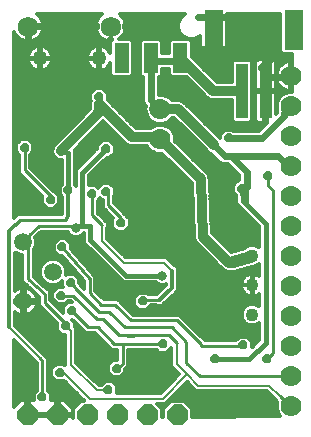
<source format=gbl>
G75*
%MOIN*%
%OFA0B0*%
%FSLAX25Y25*%
%IPPOS*%
%LPD*%
%AMOC8*
5,1,8,0,0,1.08239X$1,22.5*
%
%ADD10OC8,0.07000*%
%ADD11R,0.03937X0.18110*%
%ADD12R,0.06299X0.13386*%
%ADD13C,0.07000*%
%ADD14C,0.05906*%
%ADD15C,0.04356*%
%ADD16C,0.06791*%
%ADD17C,0.05020*%
%ADD18R,0.04724X0.09843*%
%ADD19C,0.01200*%
%ADD20C,0.03150*%
%ADD21OC8,0.03000*%
%ADD22C,0.02400*%
%ADD23C,0.00800*%
%ADD24C,0.03200*%
%ADD25C,0.01000*%
%ADD26C,0.01600*%
%ADD27C,0.04000*%
D10*
X0028000Y0025984D03*
X0038000Y0025984D03*
X0048000Y0025984D03*
X0058000Y0025984D03*
X0068000Y0025984D03*
X0078000Y0025984D03*
D11*
X0099457Y0133977D03*
X0107331Y0133977D03*
D12*
X0116780Y0154449D03*
X0090008Y0154449D03*
D13*
X0115992Y0138977D03*
X0115992Y0128977D03*
X0115992Y0118977D03*
X0115992Y0108977D03*
X0115992Y0098977D03*
X0115992Y0088977D03*
X0115992Y0078977D03*
X0115992Y0068977D03*
X0115992Y0058977D03*
X0115992Y0048977D03*
X0115992Y0038977D03*
X0115992Y0028977D03*
X0072291Y0117953D03*
X0072291Y0127953D03*
D14*
X0026622Y0083583D03*
X0036465Y0073740D03*
X0026622Y0063898D03*
D15*
X0102950Y0059466D03*
X0102950Y0069309D03*
X0102950Y0079151D03*
D16*
X0055781Y0155542D03*
X0028222Y0155542D03*
D17*
X0032159Y0144912D03*
X0051844Y0144912D03*
D18*
X0059367Y0144936D03*
X0069167Y0144936D03*
X0078967Y0144936D03*
D19*
X0043100Y0025584D02*
X0043100Y0025153D01*
X0043100Y0025153D01*
X0043100Y0028014D01*
X0045970Y0030884D01*
X0046791Y0030884D01*
X0040220Y0037455D01*
X0040053Y0037288D01*
X0037651Y0037288D01*
X0035952Y0038986D01*
X0035952Y0041389D01*
X0037651Y0043088D01*
X0040053Y0043088D01*
X0040570Y0042571D01*
X0040570Y0042617D01*
X0040553Y0043341D01*
X0040570Y0043359D01*
X0040570Y0052730D01*
X0039594Y0052730D01*
X0037895Y0054429D01*
X0037895Y0056630D01*
X0032922Y0061604D01*
X0031809Y0062717D01*
X0031809Y0065431D01*
X0027451Y0069478D01*
X0027410Y0069478D01*
X0026878Y0070010D01*
X0026327Y0070521D01*
X0026326Y0070562D01*
X0026297Y0070591D01*
X0026297Y0071343D01*
X0026269Y0072094D01*
X0026297Y0072124D01*
X0026297Y0079230D01*
X0025756Y0079230D01*
X0024156Y0079893D01*
X0023898Y0080152D01*
X0023898Y0067546D01*
X0024236Y0067792D01*
X0024874Y0068117D01*
X0025556Y0068338D01*
X0026238Y0068446D01*
X0026238Y0064282D01*
X0027006Y0064282D01*
X0027006Y0068446D01*
X0027688Y0068338D01*
X0028370Y0068117D01*
X0029008Y0067792D01*
X0029588Y0067370D01*
X0030095Y0066864D01*
X0030516Y0066284D01*
X0030841Y0065645D01*
X0031063Y0064964D01*
X0031171Y0064282D01*
X0027006Y0064282D01*
X0027006Y0063514D01*
X0031171Y0063514D01*
X0031063Y0062832D01*
X0030841Y0062150D01*
X0030516Y0061512D01*
X0030095Y0060932D01*
X0029588Y0060425D01*
X0029008Y0060004D01*
X0028370Y0059679D01*
X0027688Y0059457D01*
X0027006Y0059349D01*
X0027006Y0063513D01*
X0026238Y0063513D01*
X0026238Y0059349D01*
X0025556Y0059457D01*
X0024874Y0059679D01*
X0024236Y0060004D01*
X0023898Y0060250D01*
X0023898Y0055782D01*
X0032801Y0046878D01*
X0032943Y0046878D01*
X0034821Y0045000D01*
X0034821Y0034209D01*
X0035821Y0033209D01*
X0035821Y0031018D01*
X0035888Y0031084D01*
X0037600Y0031084D01*
X0037600Y0026384D01*
X0037600Y0025584D01*
X0032900Y0025584D01*
X0028400Y0025584D01*
X0028400Y0026384D01*
X0037600Y0026384D01*
X0038400Y0026384D01*
X0043100Y0026384D01*
X0043100Y0028097D01*
X0040112Y0031084D01*
X0038400Y0031084D01*
X0038400Y0026384D01*
X0038400Y0025584D01*
X0043100Y0025584D01*
X0043100Y0026101D02*
X0038400Y0026101D01*
X0037600Y0026101D02*
X0028400Y0026101D01*
X0028400Y0026384D02*
X0027600Y0026384D01*
X0027600Y0031084D01*
X0025888Y0031084D01*
X0023537Y0028734D01*
X0023537Y0051051D01*
X0030256Y0044333D01*
X0030256Y0044191D01*
X0031021Y0043426D01*
X0031021Y0034209D01*
X0030021Y0033209D01*
X0030021Y0031084D01*
X0028400Y0031084D01*
X0028400Y0026384D01*
X0028400Y0027300D02*
X0027600Y0027300D01*
X0027600Y0028498D02*
X0028400Y0028498D01*
X0028400Y0029697D02*
X0027600Y0029697D01*
X0027600Y0030895D02*
X0028400Y0030895D01*
X0030021Y0032094D02*
X0023537Y0032094D01*
X0023537Y0033292D02*
X0030104Y0033292D01*
X0031021Y0034491D02*
X0023537Y0034491D01*
X0023537Y0035689D02*
X0031021Y0035689D01*
X0031021Y0036888D02*
X0023537Y0036888D01*
X0023537Y0038086D02*
X0031021Y0038086D01*
X0031021Y0039285D02*
X0023537Y0039285D01*
X0023537Y0040484D02*
X0031021Y0040484D01*
X0031021Y0041682D02*
X0023537Y0041682D01*
X0023537Y0042881D02*
X0031021Y0042881D01*
X0030368Y0044079D02*
X0023537Y0044079D01*
X0023537Y0045278D02*
X0029311Y0045278D01*
X0028112Y0046476D02*
X0023537Y0046476D01*
X0023537Y0047675D02*
X0026914Y0047675D01*
X0025715Y0048873D02*
X0023537Y0048873D01*
X0023537Y0050072D02*
X0024517Y0050072D01*
X0028409Y0051270D02*
X0040570Y0051270D01*
X0040570Y0050072D02*
X0029608Y0050072D01*
X0030806Y0048873D02*
X0040570Y0048873D01*
X0040570Y0047675D02*
X0032005Y0047675D01*
X0033345Y0046476D02*
X0040570Y0046476D01*
X0040570Y0045278D02*
X0034543Y0045278D01*
X0034821Y0044079D02*
X0040570Y0044079D01*
X0040564Y0042881D02*
X0040260Y0042881D01*
X0037444Y0042881D02*
X0034821Y0042881D01*
X0034821Y0041682D02*
X0036245Y0041682D01*
X0035952Y0040484D02*
X0034821Y0040484D01*
X0034821Y0039285D02*
X0035952Y0039285D01*
X0036852Y0038086D02*
X0034821Y0038086D01*
X0034821Y0036888D02*
X0040787Y0036888D01*
X0041986Y0035689D02*
X0034821Y0035689D01*
X0034821Y0034491D02*
X0043184Y0034491D01*
X0044383Y0033292D02*
X0035738Y0033292D01*
X0035821Y0032094D02*
X0045581Y0032094D01*
X0046780Y0030895D02*
X0040301Y0030895D01*
X0041500Y0029697D02*
X0044783Y0029697D01*
X0043584Y0028498D02*
X0042698Y0028498D01*
X0043100Y0027300D02*
X0043100Y0027300D01*
X0038400Y0027300D02*
X0037600Y0027300D01*
X0037600Y0028498D02*
X0038400Y0028498D01*
X0038400Y0029697D02*
X0037600Y0029697D01*
X0037600Y0030895D02*
X0038400Y0030895D01*
X0025699Y0030895D02*
X0023537Y0030895D01*
X0023537Y0029697D02*
X0024500Y0029697D01*
X0048490Y0039285D02*
X0055871Y0039285D01*
X0056523Y0038632D02*
X0058926Y0038632D01*
X0060624Y0040331D01*
X0060624Y0041377D01*
X0060967Y0041720D01*
X0061502Y0042154D01*
X0061514Y0042266D01*
X0061593Y0042345D01*
X0061593Y0043035D01*
X0061664Y0043720D01*
X0061593Y0043807D01*
X0061593Y0047825D01*
X0070878Y0047825D01*
X0071878Y0046825D01*
X0074280Y0046825D01*
X0075956Y0048501D01*
X0075956Y0042270D01*
X0078629Y0039597D01*
X0072358Y0033326D01*
X0057868Y0033326D01*
X0057868Y0035571D01*
X0056170Y0037270D01*
X0053767Y0037270D01*
X0052667Y0036170D01*
X0051753Y0036170D01*
X0044170Y0043408D01*
X0044170Y0054801D01*
X0043695Y0055276D01*
X0043695Y0056831D01*
X0042678Y0057848D01*
X0042977Y0057848D01*
X0047489Y0053336D01*
X0050550Y0053336D01*
X0056062Y0047825D01*
X0057793Y0047825D01*
X0057793Y0044432D01*
X0056523Y0044432D01*
X0054824Y0042734D01*
X0054824Y0040331D01*
X0056523Y0038632D01*
X0054824Y0040484D02*
X0047234Y0040484D01*
X0045978Y0041682D02*
X0054824Y0041682D01*
X0054971Y0042881D02*
X0044723Y0042881D01*
X0044170Y0044079D02*
X0056170Y0044079D01*
X0057793Y0045278D02*
X0044170Y0045278D01*
X0044170Y0046476D02*
X0057793Y0046476D01*
X0057793Y0047675D02*
X0044170Y0047675D01*
X0044170Y0048873D02*
X0055013Y0048873D01*
X0053815Y0050072D02*
X0044170Y0050072D01*
X0044170Y0051270D02*
X0052616Y0051270D01*
X0051418Y0052469D02*
X0044170Y0052469D01*
X0044170Y0053667D02*
X0047158Y0053667D01*
X0045959Y0054866D02*
X0044105Y0054866D01*
X0043695Y0056064D02*
X0044761Y0056064D01*
X0043562Y0057263D02*
X0043264Y0057263D01*
X0039864Y0060036D02*
X0035609Y0064291D01*
X0035609Y0065514D01*
X0035636Y0065544D01*
X0035609Y0066295D01*
X0035609Y0067047D01*
X0035580Y0067076D01*
X0035578Y0067117D01*
X0035027Y0067628D01*
X0034496Y0068160D01*
X0034455Y0068160D01*
X0030097Y0072207D01*
X0030097Y0080902D01*
X0030312Y0081117D01*
X0030975Y0082717D01*
X0030975Y0084449D01*
X0030625Y0085293D01*
X0032527Y0087195D01*
X0041434Y0087195D01*
X0041652Y0086668D01*
X0042489Y0085831D01*
X0043582Y0085378D01*
X0044766Y0085378D01*
X0045859Y0085831D01*
X0046696Y0086668D01*
X0046756Y0086812D01*
X0046756Y0083503D01*
X0058699Y0071560D01*
X0059988Y0070271D01*
X0070943Y0070271D01*
X0071252Y0069962D01*
X0072345Y0069509D01*
X0073529Y0069509D01*
X0074228Y0069799D01*
X0074228Y0069463D01*
X0072098Y0067333D01*
X0071054Y0066384D01*
X0068000Y0066384D01*
X0067587Y0066798D01*
X0065185Y0066798D01*
X0063486Y0065099D01*
X0063486Y0062697D01*
X0065185Y0060998D01*
X0067587Y0060998D01*
X0069174Y0062584D01*
X0070961Y0062584D01*
X0071013Y0062527D01*
X0072668Y0062447D01*
X0077001Y0066382D01*
X0077057Y0066382D01*
X0077609Y0066934D01*
X0078186Y0067459D01*
X0078189Y0067514D01*
X0078228Y0067554D01*
X0078228Y0068334D01*
X0078266Y0069113D01*
X0078228Y0069155D01*
X0078228Y0074962D01*
X0077057Y0076134D01*
X0076774Y0076134D01*
X0074306Y0078602D01*
X0060857Y0078602D01*
X0054607Y0084852D01*
X0054607Y0088401D01*
X0054707Y0088501D01*
X0054707Y0090075D01*
X0051357Y0093425D01*
X0051357Y0097523D01*
X0052213Y0098379D01*
X0052980Y0097612D01*
X0053069Y0097612D01*
X0053069Y0096224D01*
X0053035Y0095481D01*
X0053069Y0095444D01*
X0053069Y0095394D01*
X0053594Y0094868D01*
X0056552Y0091629D01*
X0056202Y0091280D01*
X0056202Y0088878D01*
X0057901Y0087179D01*
X0060304Y0087179D01*
X0062002Y0088878D01*
X0062002Y0091280D01*
X0061031Y0092251D01*
X0061036Y0092354D01*
X0061002Y0092391D01*
X0061002Y0092441D01*
X0060476Y0092967D01*
X0056868Y0096918D01*
X0056868Y0099098D01*
X0057081Y0099311D01*
X0057081Y0101713D01*
X0055382Y0103412D01*
X0052980Y0103412D01*
X0051425Y0101857D01*
X0050658Y0102625D01*
X0048507Y0102625D01*
X0048507Y0105900D01*
X0054392Y0111785D01*
X0055382Y0111785D01*
X0057081Y0113484D01*
X0057081Y0115886D01*
X0055382Y0117585D01*
X0052980Y0117585D01*
X0051281Y0115886D01*
X0051281Y0114896D01*
X0045396Y0109011D01*
X0045396Y0109011D01*
X0044107Y0107722D01*
X0044107Y0102482D01*
X0043783Y0102807D01*
X0043783Y0113027D01*
X0043953Y0113582D01*
X0043783Y0113905D01*
X0043783Y0114270D01*
X0043735Y0114317D01*
X0053172Y0124050D01*
X0061143Y0116079D01*
X0062246Y0115622D01*
X0067953Y0115622D01*
X0068137Y0115177D01*
X0069516Y0113799D01*
X0071317Y0113053D01*
X0072949Y0113053D01*
X0082729Y0103273D01*
X0083477Y0085451D01*
X0083477Y0084917D01*
X0083502Y0084857D01*
X0083505Y0084791D01*
X0083730Y0084307D01*
X0083934Y0083814D01*
X0083980Y0083768D01*
X0084007Y0083709D01*
X0084400Y0083348D01*
X0092595Y0075153D01*
X0093439Y0074309D01*
X0094542Y0073852D01*
X0095264Y0073852D01*
X0095392Y0073778D01*
X0096733Y0073603D01*
X0102909Y0075262D01*
X0103136Y0075262D01*
X0103556Y0075436D01*
X0103995Y0075553D01*
X0104176Y0075692D01*
X0104386Y0075779D01*
X0104547Y0075940D01*
X0104976Y0076118D01*
X0105131Y0076272D01*
X0105131Y0072395D01*
X0104739Y0072657D01*
X0104052Y0072942D01*
X0103322Y0073087D01*
X0103039Y0073087D01*
X0103039Y0069398D01*
X0102861Y0069398D01*
X0102861Y0073087D01*
X0102577Y0073087D01*
X0101848Y0072942D01*
X0101160Y0072657D01*
X0100541Y0072243D01*
X0100015Y0071717D01*
X0099602Y0071098D01*
X0099317Y0070411D01*
X0099172Y0069681D01*
X0099172Y0069398D01*
X0102861Y0069398D01*
X0102861Y0069220D01*
X0103039Y0069220D01*
X0103039Y0065531D01*
X0103322Y0065531D01*
X0104052Y0065676D01*
X0104739Y0065961D01*
X0105131Y0066222D01*
X0105131Y0062345D01*
X0104976Y0062500D01*
X0103661Y0063044D01*
X0102238Y0063044D01*
X0100923Y0062500D01*
X0099916Y0061493D01*
X0099372Y0060178D01*
X0099372Y0058755D01*
X0099916Y0057440D01*
X0100923Y0056433D01*
X0102238Y0055888D01*
X0103661Y0055888D01*
X0104976Y0056433D01*
X0105131Y0056587D01*
X0105131Y0055374D01*
X0105156Y0055349D01*
X0105156Y0050941D01*
X0102776Y0048561D01*
X0102776Y0050444D01*
X0101077Y0052143D01*
X0098674Y0052143D01*
X0097542Y0051010D01*
X0087078Y0051010D01*
X0078590Y0059499D01*
X0063185Y0059499D01*
X0058067Y0064617D01*
X0053393Y0064617D01*
X0050569Y0067441D01*
X0050569Y0071302D01*
X0050626Y0072011D01*
X0050569Y0072078D01*
X0050569Y0072165D01*
X0050066Y0072668D01*
X0042514Y0081534D01*
X0042514Y0083209D01*
X0040815Y0084908D01*
X0038413Y0084908D01*
X0036714Y0083209D01*
X0036714Y0080807D01*
X0038413Y0079108D01*
X0039589Y0079108D01*
X0046769Y0070679D01*
X0046769Y0068091D01*
X0045845Y0069016D01*
X0045845Y0069409D01*
X0045270Y0069984D01*
X0045270Y0071398D01*
X0043571Y0073097D01*
X0041169Y0073097D01*
X0040726Y0072654D01*
X0040817Y0072874D01*
X0040817Y0074606D01*
X0040155Y0076206D01*
X0038930Y0077430D01*
X0037330Y0078093D01*
X0035599Y0078093D01*
X0033999Y0077430D01*
X0032774Y0076206D01*
X0032112Y0074606D01*
X0032112Y0072874D01*
X0032774Y0071275D01*
X0033999Y0070050D01*
X0035599Y0069388D01*
X0037330Y0069388D01*
X0038930Y0070050D01*
X0039470Y0070590D01*
X0039470Y0068996D01*
X0039700Y0068766D01*
X0038019Y0068766D01*
X0036320Y0067068D01*
X0036320Y0064665D01*
X0038019Y0062966D01*
X0040422Y0062966D01*
X0041422Y0063966D01*
X0042370Y0063966D01*
X0042689Y0063648D01*
X0041563Y0063648D01*
X0039864Y0061949D01*
X0039864Y0060036D01*
X0039864Y0060858D02*
X0039042Y0060858D01*
X0039971Y0062057D02*
X0037843Y0062057D01*
X0037730Y0063255D02*
X0036645Y0063255D01*
X0036532Y0064454D02*
X0035609Y0064454D01*
X0035632Y0065652D02*
X0036320Y0065652D01*
X0036320Y0066851D02*
X0035609Y0066851D01*
X0034606Y0068049D02*
X0037302Y0068049D01*
X0039470Y0069248D02*
X0033283Y0069248D01*
X0033603Y0070446D02*
X0031993Y0070446D01*
X0032621Y0071645D02*
X0030702Y0071645D01*
X0030097Y0072843D02*
X0032125Y0072843D01*
X0032112Y0074042D02*
X0030097Y0074042D01*
X0030097Y0075240D02*
X0032375Y0075240D01*
X0033007Y0076439D02*
X0030097Y0076439D01*
X0030097Y0077637D02*
X0034499Y0077637D01*
X0037487Y0080034D02*
X0030097Y0080034D01*
X0030097Y0078836D02*
X0039820Y0078836D01*
X0040841Y0077637D02*
X0038431Y0077637D01*
X0039922Y0076439D02*
X0041862Y0076439D01*
X0042883Y0075240D02*
X0040555Y0075240D01*
X0040817Y0074042D02*
X0043904Y0074042D01*
X0043825Y0072843D02*
X0044925Y0072843D01*
X0045023Y0071645D02*
X0045946Y0071645D01*
X0045270Y0070446D02*
X0046769Y0070446D01*
X0046769Y0069248D02*
X0045845Y0069248D01*
X0050569Y0069248D02*
X0074013Y0069248D01*
X0072815Y0068049D02*
X0050569Y0068049D01*
X0051159Y0066851D02*
X0071568Y0066851D01*
X0071937Y0064484D02*
X0076228Y0068382D01*
X0076228Y0074134D01*
X0078228Y0074042D02*
X0094084Y0074042D01*
X0092508Y0075240D02*
X0077950Y0075240D01*
X0076469Y0076439D02*
X0091309Y0076439D01*
X0090111Y0077637D02*
X0075271Y0077637D01*
X0086515Y0081233D02*
X0058226Y0081233D01*
X0057028Y0082431D02*
X0085317Y0082431D01*
X0084093Y0083630D02*
X0055829Y0083630D01*
X0054631Y0084828D02*
X0083503Y0084828D01*
X0083453Y0086027D02*
X0054607Y0086027D01*
X0054607Y0087225D02*
X0057855Y0087225D01*
X0056656Y0088424D02*
X0054630Y0088424D01*
X0054707Y0089622D02*
X0056202Y0089622D01*
X0056202Y0090821D02*
X0053961Y0090821D01*
X0052762Y0092020D02*
X0056196Y0092020D01*
X0055101Y0093218D02*
X0051564Y0093218D01*
X0051357Y0094417D02*
X0054007Y0094417D01*
X0053041Y0095615D02*
X0051357Y0095615D01*
X0051357Y0096814D02*
X0053069Y0096814D01*
X0052580Y0098012D02*
X0051845Y0098012D01*
X0056868Y0098012D02*
X0082950Y0098012D01*
X0083000Y0096814D02*
X0056964Y0096814D01*
X0058058Y0095615D02*
X0083050Y0095615D01*
X0083101Y0094417D02*
X0059153Y0094417D01*
X0060247Y0093218D02*
X0083151Y0093218D01*
X0083201Y0092020D02*
X0061263Y0092020D01*
X0062002Y0090821D02*
X0083252Y0090821D01*
X0083302Y0089622D02*
X0062002Y0089622D01*
X0061549Y0088424D02*
X0083352Y0088424D01*
X0083403Y0087225D02*
X0060350Y0087225D01*
X0049026Y0081233D02*
X0042770Y0081233D01*
X0042514Y0082431D02*
X0047828Y0082431D01*
X0046756Y0083630D02*
X0042093Y0083630D01*
X0040895Y0084828D02*
X0046756Y0084828D01*
X0046756Y0086027D02*
X0046055Y0086027D01*
X0042293Y0086027D02*
X0031359Y0086027D01*
X0030817Y0084828D02*
X0038333Y0084828D01*
X0037135Y0083630D02*
X0030975Y0083630D01*
X0030856Y0082431D02*
X0036714Y0082431D01*
X0036714Y0081233D02*
X0030360Y0081233D01*
X0026297Y0078836D02*
X0023898Y0078836D01*
X0023898Y0080034D02*
X0024015Y0080034D01*
X0023898Y0077637D02*
X0026297Y0077637D01*
X0026297Y0076439D02*
X0023898Y0076439D01*
X0023898Y0075240D02*
X0026297Y0075240D01*
X0026297Y0074042D02*
X0023898Y0074042D01*
X0023898Y0072843D02*
X0026297Y0072843D01*
X0026286Y0071645D02*
X0023898Y0071645D01*
X0023898Y0070446D02*
X0026408Y0070446D01*
X0027699Y0069248D02*
X0023898Y0069248D01*
X0023898Y0068049D02*
X0024741Y0068049D01*
X0026238Y0068049D02*
X0027006Y0068049D01*
X0027006Y0066851D02*
X0026238Y0066851D01*
X0026238Y0065652D02*
X0027006Y0065652D01*
X0027006Y0064454D02*
X0026238Y0064454D01*
X0026238Y0064282D02*
X0023898Y0064282D01*
X0023898Y0063514D01*
X0026238Y0063514D01*
X0026238Y0064282D01*
X0026238Y0063255D02*
X0027006Y0063255D01*
X0027006Y0062057D02*
X0026238Y0062057D01*
X0026238Y0060858D02*
X0027006Y0060858D01*
X0027006Y0059660D02*
X0026238Y0059660D01*
X0024933Y0059660D02*
X0023898Y0059660D01*
X0023898Y0058461D02*
X0036065Y0058461D01*
X0037263Y0057263D02*
X0023898Y0057263D01*
X0023898Y0056064D02*
X0037895Y0056064D01*
X0037895Y0054866D02*
X0024814Y0054866D01*
X0026012Y0053667D02*
X0038657Y0053667D01*
X0040570Y0052469D02*
X0027211Y0052469D01*
X0021898Y0055236D02*
X0021898Y0087482D01*
X0023866Y0089451D01*
X0023537Y0091808D02*
X0023537Y0153795D01*
X0023592Y0153624D01*
X0023949Y0152924D01*
X0024412Y0152287D01*
X0024968Y0151731D01*
X0025604Y0151269D01*
X0026304Y0150912D01*
X0027052Y0150669D01*
X0027690Y0150568D01*
X0027690Y0155010D01*
X0028754Y0155010D01*
X0028754Y0156074D01*
X0033196Y0156074D01*
X0033095Y0156712D01*
X0032852Y0157460D01*
X0032495Y0158160D01*
X0032033Y0158796D01*
X0031477Y0159352D01*
X0031157Y0159584D01*
X0052846Y0159584D01*
X0052527Y0159352D01*
X0051971Y0158796D01*
X0051508Y0158160D01*
X0051151Y0157460D01*
X0050908Y0156712D01*
X0050807Y0156074D01*
X0051417Y0156074D01*
X0051417Y0155010D01*
X0050807Y0155010D01*
X0050908Y0154372D01*
X0051151Y0153624D01*
X0051508Y0152924D01*
X0051971Y0152287D01*
X0052527Y0151731D01*
X0053163Y0151269D01*
X0053863Y0150912D01*
X0054611Y0150669D01*
X0055249Y0150568D01*
X0055249Y0151336D01*
X0056313Y0151336D01*
X0056313Y0151145D01*
X0055605Y0150437D01*
X0055605Y0146584D01*
X0055359Y0147066D01*
X0054979Y0147589D01*
X0054521Y0148047D01*
X0053998Y0148427D01*
X0053422Y0148721D01*
X0052806Y0148921D01*
X0052168Y0149022D01*
X0052081Y0149022D01*
X0052081Y0145149D01*
X0051607Y0145149D01*
X0051607Y0144675D01*
X0047734Y0144675D01*
X0047734Y0144589D01*
X0047835Y0143950D01*
X0048035Y0143334D01*
X0048329Y0142758D01*
X0048709Y0142235D01*
X0049167Y0141777D01*
X0049690Y0141397D01*
X0050266Y0141103D01*
X0050882Y0140903D01*
X0051521Y0140802D01*
X0051607Y0140802D01*
X0051607Y0144675D01*
X0052081Y0144675D01*
X0052081Y0140802D01*
X0052168Y0140802D01*
X0052806Y0140903D01*
X0053422Y0141103D01*
X0053998Y0141397D01*
X0054521Y0141777D01*
X0054979Y0142235D01*
X0055359Y0142758D01*
X0055605Y0143240D01*
X0055605Y0139434D01*
X0056425Y0138614D01*
X0062309Y0138614D01*
X0063129Y0139434D01*
X0063129Y0150437D01*
X0062309Y0151257D01*
X0058375Y0151257D01*
X0058399Y0151269D01*
X0059036Y0151731D01*
X0059592Y0152287D01*
X0060054Y0152924D01*
X0060411Y0153624D01*
X0060654Y0154372D01*
X0060755Y0155010D01*
X0060117Y0155010D01*
X0060117Y0156074D01*
X0060755Y0156074D01*
X0060654Y0156712D01*
X0060411Y0157460D01*
X0060054Y0158160D01*
X0059592Y0158796D01*
X0059036Y0159352D01*
X0058716Y0159584D01*
X0080612Y0159584D01*
X0080103Y0159373D01*
X0078879Y0158150D01*
X0078217Y0156551D01*
X0078217Y0154820D01*
X0078879Y0153222D01*
X0080103Y0151998D01*
X0081702Y0151336D01*
X0083432Y0151336D01*
X0085031Y0151998D01*
X0085458Y0152425D01*
X0085458Y0147176D01*
X0086278Y0146356D01*
X0093737Y0146356D01*
X0094557Y0147176D01*
X0094557Y0159584D01*
X0112230Y0159584D01*
X0112230Y0147176D01*
X0113050Y0146356D01*
X0116233Y0146356D01*
X0116233Y0139377D01*
X0115592Y0139377D01*
X0115592Y0144077D01*
X0115591Y0144077D01*
X0114798Y0143951D01*
X0114034Y0143703D01*
X0113319Y0143338D01*
X0112670Y0142867D01*
X0112102Y0142299D01*
X0111630Y0141650D01*
X0111266Y0140934D01*
X0111018Y0140171D01*
X0110899Y0139423D01*
X0110899Y0143242D01*
X0110790Y0143649D01*
X0110580Y0144014D01*
X0110282Y0144312D01*
X0109917Y0144523D01*
X0109510Y0144632D01*
X0107715Y0144632D01*
X0107715Y0134361D01*
X0106946Y0134361D01*
X0106946Y0133592D01*
X0103762Y0133592D01*
X0103762Y0124711D01*
X0103871Y0124304D01*
X0104082Y0123939D01*
X0104380Y0123641D01*
X0104745Y0123430D01*
X0105152Y0123321D01*
X0106946Y0123321D01*
X0106946Y0133592D01*
X0107715Y0133592D01*
X0107715Y0123357D01*
X0105186Y0120828D01*
X0096627Y0120828D01*
X0096327Y0121128D01*
X0093925Y0121128D01*
X0092226Y0119430D01*
X0092226Y0118222D01*
X0080765Y0129682D01*
X0079921Y0130526D01*
X0078819Y0130983D01*
X0076191Y0130983D01*
X0075067Y0132107D01*
X0073266Y0132853D01*
X0071767Y0132853D01*
X0071767Y0138614D01*
X0072109Y0138614D01*
X0072929Y0139434D01*
X0072929Y0141525D01*
X0075205Y0141525D01*
X0075205Y0139434D01*
X0076025Y0138614D01*
X0081046Y0138614D01*
X0088227Y0131433D01*
X0089329Y0130977D01*
X0096088Y0130977D01*
X0096088Y0124342D01*
X0096908Y0123521D01*
X0102005Y0123521D01*
X0102825Y0124342D01*
X0102825Y0143612D01*
X0102005Y0144432D01*
X0096908Y0144432D01*
X0096088Y0143612D01*
X0096088Y0136977D01*
X0091169Y0136977D01*
X0082729Y0145416D01*
X0082729Y0150437D01*
X0081909Y0151257D01*
X0076025Y0151257D01*
X0075205Y0150437D01*
X0075205Y0146725D01*
X0072929Y0146725D01*
X0072929Y0150437D01*
X0072109Y0151257D01*
X0066225Y0151257D01*
X0065405Y0150437D01*
X0065405Y0139434D01*
X0066225Y0138614D01*
X0066567Y0138614D01*
X0066567Y0130560D01*
X0066963Y0129605D01*
X0067464Y0129103D01*
X0067391Y0128928D01*
X0067391Y0128612D01*
X0067263Y0128134D01*
X0067391Y0127152D01*
X0067391Y0126978D01*
X0068137Y0125177D01*
X0069516Y0123799D01*
X0071317Y0123053D01*
X0073266Y0123053D01*
X0075067Y0123799D01*
X0076251Y0124983D01*
X0076979Y0124983D01*
X0087367Y0114596D01*
X0087465Y0114359D01*
X0088309Y0113515D01*
X0089274Y0113115D01*
X0091552Y0110838D01*
X0092283Y0110106D01*
X0093239Y0109710D01*
X0094849Y0109710D01*
X0094968Y0109591D01*
X0094968Y0109591D01*
X0098431Y0106128D01*
X0098431Y0104262D01*
X0098281Y0104262D01*
X0096582Y0102564D01*
X0096582Y0100161D01*
X0097465Y0099278D01*
X0097650Y0097261D01*
X0097650Y0096451D01*
X0097733Y0096369D01*
X0097743Y0096253D01*
X0098366Y0095735D01*
X0100045Y0094057D01*
X0105131Y0088971D01*
X0105131Y0082030D01*
X0104976Y0082185D01*
X0103661Y0082729D01*
X0102238Y0082729D01*
X0100923Y0082185D01*
X0100355Y0081617D01*
X0095832Y0080402D01*
X0089425Y0086808D01*
X0088677Y0104630D01*
X0088677Y0105164D01*
X0088652Y0105224D01*
X0088649Y0105289D01*
X0088425Y0105773D01*
X0088220Y0106266D01*
X0088174Y0106313D01*
X0088147Y0106372D01*
X0087754Y0106733D01*
X0077191Y0117296D01*
X0077191Y0118928D01*
X0076445Y0120729D01*
X0075067Y0122107D01*
X0073266Y0122853D01*
X0071317Y0122853D01*
X0069516Y0122107D01*
X0069031Y0121622D01*
X0064085Y0121622D01*
X0054719Y0130988D01*
X0054719Y0133209D01*
X0053020Y0134908D01*
X0050618Y0134908D01*
X0048919Y0133209D01*
X0048919Y0130807D01*
X0049013Y0130712D01*
X0048819Y0130243D01*
X0048819Y0128180D01*
X0036738Y0115719D01*
X0036298Y0114609D01*
X0036317Y0113416D01*
X0036790Y0112321D01*
X0037647Y0111490D01*
X0038757Y0111050D01*
X0039383Y0111060D01*
X0039383Y0102807D01*
X0038683Y0102107D01*
X0038683Y0099704D01*
X0039583Y0098804D01*
X0039583Y0093073D01*
X0039473Y0092963D01*
X0024692Y0092963D01*
X0023537Y0091808D01*
X0023537Y0092020D02*
X0023748Y0092020D01*
X0023537Y0093218D02*
X0039583Y0093218D01*
X0039583Y0094417D02*
X0023537Y0094417D01*
X0023537Y0095615D02*
X0033742Y0095615D01*
X0034476Y0094881D02*
X0036878Y0094881D01*
X0038577Y0096580D01*
X0038577Y0098982D01*
X0036878Y0100681D01*
X0036600Y0100681D01*
X0028916Y0108366D01*
X0028916Y0112878D01*
X0029916Y0113878D01*
X0029916Y0116280D01*
X0028217Y0117979D01*
X0025815Y0117979D01*
X0024116Y0116280D01*
X0024116Y0113878D01*
X0025116Y0112878D01*
X0025116Y0106792D01*
X0032851Y0099056D01*
X0032777Y0098982D01*
X0032777Y0096580D01*
X0034476Y0094881D01*
X0032777Y0096814D02*
X0023537Y0096814D01*
X0023537Y0098012D02*
X0032777Y0098012D01*
X0032697Y0099211D02*
X0023537Y0099211D01*
X0023537Y0100409D02*
X0031499Y0100409D01*
X0030300Y0101608D02*
X0023537Y0101608D01*
X0023537Y0102806D02*
X0029102Y0102806D01*
X0027903Y0104005D02*
X0023537Y0104005D01*
X0023537Y0105203D02*
X0026705Y0105203D01*
X0025506Y0106402D02*
X0023537Y0106402D01*
X0023537Y0107600D02*
X0025116Y0107600D01*
X0025116Y0108799D02*
X0023537Y0108799D01*
X0023537Y0109997D02*
X0025116Y0109997D01*
X0025116Y0111196D02*
X0023537Y0111196D01*
X0023537Y0112394D02*
X0025116Y0112394D01*
X0024401Y0113593D02*
X0023537Y0113593D01*
X0023537Y0114791D02*
X0024116Y0114791D01*
X0024116Y0115990D02*
X0023537Y0115990D01*
X0023537Y0117188D02*
X0025024Y0117188D01*
X0023537Y0118387D02*
X0039324Y0118387D01*
X0040486Y0119585D02*
X0023537Y0119585D01*
X0023537Y0120784D02*
X0041648Y0120784D01*
X0042810Y0121982D02*
X0023537Y0121982D01*
X0023537Y0123181D02*
X0043972Y0123181D01*
X0045134Y0124379D02*
X0023537Y0124379D01*
X0023537Y0125578D02*
X0046296Y0125578D01*
X0047458Y0126776D02*
X0023537Y0126776D01*
X0023537Y0127975D02*
X0048620Y0127975D01*
X0048819Y0129173D02*
X0023537Y0129173D01*
X0023537Y0130372D02*
X0048872Y0130372D01*
X0048919Y0131570D02*
X0023537Y0131570D01*
X0023537Y0132769D02*
X0048919Y0132769D01*
X0049677Y0133967D02*
X0023537Y0133967D01*
X0023537Y0135166D02*
X0066567Y0135166D01*
X0066567Y0136364D02*
X0023537Y0136364D01*
X0023537Y0137563D02*
X0066567Y0137563D01*
X0066078Y0138761D02*
X0062456Y0138761D01*
X0063129Y0139960D02*
X0065405Y0139960D01*
X0065405Y0141158D02*
X0063129Y0141158D01*
X0063129Y0142357D02*
X0065405Y0142357D01*
X0065405Y0143555D02*
X0063129Y0143555D01*
X0063129Y0144754D02*
X0065405Y0144754D01*
X0065405Y0145953D02*
X0063129Y0145953D01*
X0063129Y0147151D02*
X0065405Y0147151D01*
X0065405Y0148350D02*
X0063129Y0148350D01*
X0063129Y0149548D02*
X0065405Y0149548D01*
X0065715Y0150747D02*
X0062819Y0150747D01*
X0059249Y0151945D02*
X0080230Y0151945D01*
X0078957Y0153144D02*
X0060166Y0153144D01*
X0060644Y0154342D02*
X0078415Y0154342D01*
X0078217Y0155541D02*
X0060117Y0155541D01*
X0060645Y0156739D02*
X0078295Y0156739D01*
X0078791Y0157938D02*
X0060167Y0157938D01*
X0059252Y0159136D02*
X0079866Y0159136D01*
X0094557Y0159136D02*
X0112230Y0159136D01*
X0112230Y0157938D02*
X0094557Y0157938D01*
X0094557Y0156739D02*
X0112230Y0156739D01*
X0112230Y0155541D02*
X0094557Y0155541D01*
X0094557Y0154342D02*
X0112230Y0154342D01*
X0112230Y0153144D02*
X0094557Y0153144D01*
X0094557Y0151945D02*
X0112230Y0151945D01*
X0112230Y0150747D02*
X0094557Y0150747D01*
X0094557Y0149548D02*
X0112230Y0149548D01*
X0112230Y0148350D02*
X0094557Y0148350D01*
X0094532Y0147151D02*
X0112255Y0147151D01*
X0116233Y0145953D02*
X0082729Y0145953D01*
X0082729Y0147151D02*
X0085483Y0147151D01*
X0085458Y0148350D02*
X0082729Y0148350D01*
X0082729Y0149548D02*
X0085458Y0149548D01*
X0085458Y0150747D02*
X0082419Y0150747D01*
X0084904Y0151945D02*
X0085458Y0151945D01*
X0075515Y0150747D02*
X0072619Y0150747D01*
X0072929Y0149548D02*
X0075205Y0149548D01*
X0075205Y0148350D02*
X0072929Y0148350D01*
X0072929Y0147151D02*
X0075205Y0147151D01*
X0083391Y0144754D02*
X0116233Y0144754D01*
X0116233Y0143555D02*
X0115592Y0143555D01*
X0115592Y0142357D02*
X0116233Y0142357D01*
X0116233Y0141158D02*
X0115592Y0141158D01*
X0115592Y0139960D02*
X0116233Y0139960D01*
X0116233Y0138576D02*
X0116233Y0133877D01*
X0115017Y0133877D01*
X0113216Y0133131D01*
X0111838Y0131752D01*
X0111092Y0129951D01*
X0111092Y0128002D01*
X0111249Y0127624D01*
X0111055Y0127157D01*
X0111055Y0126698D01*
X0110899Y0126542D01*
X0110899Y0133592D01*
X0107715Y0133592D01*
X0107715Y0134361D01*
X0110899Y0134361D01*
X0110899Y0138531D01*
X0111018Y0137782D01*
X0111266Y0137019D01*
X0111630Y0136304D01*
X0112102Y0135654D01*
X0112670Y0135086D01*
X0113319Y0134615D01*
X0114034Y0134250D01*
X0114798Y0134002D01*
X0115591Y0133877D01*
X0115592Y0133877D01*
X0115592Y0138576D01*
X0116233Y0138576D01*
X0116233Y0137563D02*
X0115592Y0137563D01*
X0115592Y0136364D02*
X0116233Y0136364D01*
X0116233Y0135166D02*
X0115592Y0135166D01*
X0115592Y0133967D02*
X0116233Y0133967D01*
X0115017Y0133967D02*
X0107715Y0133967D01*
X0106946Y0133967D02*
X0102825Y0133967D01*
X0103762Y0134361D02*
X0106946Y0134361D01*
X0106946Y0144632D01*
X0105152Y0144632D01*
X0104745Y0144523D01*
X0104380Y0144312D01*
X0104082Y0144014D01*
X0103871Y0143649D01*
X0103762Y0143242D01*
X0103762Y0134361D01*
X0103762Y0135166D02*
X0102825Y0135166D01*
X0102825Y0136364D02*
X0103762Y0136364D01*
X0103762Y0137563D02*
X0102825Y0137563D01*
X0102825Y0138761D02*
X0103762Y0138761D01*
X0103762Y0139960D02*
X0102825Y0139960D01*
X0102825Y0141158D02*
X0103762Y0141158D01*
X0103762Y0142357D02*
X0102825Y0142357D01*
X0102825Y0143555D02*
X0103846Y0143555D01*
X0106946Y0143555D02*
X0107715Y0143555D01*
X0107715Y0142357D02*
X0106946Y0142357D01*
X0106946Y0141158D02*
X0107715Y0141158D01*
X0107715Y0139960D02*
X0106946Y0139960D01*
X0106946Y0138761D02*
X0107715Y0138761D01*
X0107715Y0137563D02*
X0106946Y0137563D01*
X0106946Y0136364D02*
X0107715Y0136364D01*
X0107715Y0135166D02*
X0106946Y0135166D01*
X0106946Y0132769D02*
X0107715Y0132769D01*
X0107715Y0131570D02*
X0106946Y0131570D01*
X0106946Y0130372D02*
X0107715Y0130372D01*
X0107715Y0129173D02*
X0106946Y0129173D01*
X0106946Y0127975D02*
X0107715Y0127975D01*
X0107715Y0126776D02*
X0106946Y0126776D01*
X0106946Y0125578D02*
X0107715Y0125578D01*
X0107715Y0124379D02*
X0106946Y0124379D01*
X0107538Y0123181D02*
X0087267Y0123181D01*
X0088465Y0121982D02*
X0106340Y0121982D01*
X0103851Y0124379D02*
X0102825Y0124379D01*
X0102825Y0125578D02*
X0103762Y0125578D01*
X0103762Y0126776D02*
X0102825Y0126776D01*
X0102825Y0127975D02*
X0103762Y0127975D01*
X0103762Y0129173D02*
X0102825Y0129173D01*
X0102825Y0130372D02*
X0103762Y0130372D01*
X0103762Y0131570D02*
X0102825Y0131570D01*
X0102825Y0132769D02*
X0103762Y0132769D01*
X0110899Y0132769D02*
X0112855Y0132769D01*
X0111763Y0131570D02*
X0110899Y0131570D01*
X0110899Y0130372D02*
X0111266Y0130372D01*
X0111092Y0129173D02*
X0110899Y0129173D01*
X0110899Y0127975D02*
X0111103Y0127975D01*
X0111055Y0126776D02*
X0110899Y0126776D01*
X0096088Y0126776D02*
X0083671Y0126776D01*
X0084870Y0125578D02*
X0096088Y0125578D01*
X0096088Y0124379D02*
X0086068Y0124379D01*
X0078781Y0123181D02*
X0073575Y0123181D01*
X0075192Y0121982D02*
X0079980Y0121982D01*
X0081178Y0120784D02*
X0076390Y0120784D01*
X0076919Y0119585D02*
X0082377Y0119585D01*
X0083575Y0118387D02*
X0077191Y0118387D01*
X0077299Y0117188D02*
X0084774Y0117188D01*
X0085973Y0115990D02*
X0078497Y0115990D01*
X0079696Y0114791D02*
X0087171Y0114791D01*
X0088231Y0113593D02*
X0080894Y0113593D01*
X0082093Y0112394D02*
X0089995Y0112394D01*
X0091194Y0111196D02*
X0083291Y0111196D01*
X0084490Y0109997D02*
X0092546Y0109997D01*
X0095761Y0108799D02*
X0085688Y0108799D01*
X0086887Y0107600D02*
X0096959Y0107600D01*
X0098158Y0106402D02*
X0088114Y0106402D01*
X0088661Y0105203D02*
X0098431Y0105203D01*
X0098023Y0104005D02*
X0088703Y0104005D01*
X0088754Y0102806D02*
X0096824Y0102806D01*
X0096582Y0101608D02*
X0088804Y0101608D01*
X0088854Y0100409D02*
X0096582Y0100409D01*
X0097471Y0099211D02*
X0088905Y0099211D01*
X0088955Y0098012D02*
X0097581Y0098012D01*
X0097650Y0096814D02*
X0089005Y0096814D01*
X0089056Y0095615D02*
X0098486Y0095615D01*
X0099685Y0094417D02*
X0089106Y0094417D01*
X0089156Y0093218D02*
X0100883Y0093218D01*
X0100045Y0094057D02*
X0100045Y0094057D01*
X0102082Y0092020D02*
X0089207Y0092020D01*
X0089257Y0090821D02*
X0103280Y0090821D01*
X0104479Y0089622D02*
X0089307Y0089622D01*
X0089358Y0088424D02*
X0105131Y0088424D01*
X0105131Y0087225D02*
X0089408Y0087225D01*
X0090206Y0086027D02*
X0105131Y0086027D01*
X0105131Y0084828D02*
X0091405Y0084828D01*
X0092603Y0083630D02*
X0105131Y0083630D01*
X0105131Y0082431D02*
X0104380Y0082431D01*
X0101519Y0082431D02*
X0093802Y0082431D01*
X0095000Y0081233D02*
X0098926Y0081233D01*
X0088912Y0078836D02*
X0060623Y0078836D01*
X0059425Y0080034D02*
X0087714Y0080034D01*
X0098368Y0074042D02*
X0105131Y0074042D01*
X0105131Y0075240D02*
X0102830Y0075240D01*
X0102861Y0072843D02*
X0103039Y0072843D01*
X0103039Y0071645D02*
X0102861Y0071645D01*
X0102861Y0070446D02*
X0103039Y0070446D01*
X0102861Y0069248D02*
X0078228Y0069248D01*
X0078228Y0070446D02*
X0099332Y0070446D01*
X0099172Y0069220D02*
X0099172Y0068937D01*
X0099317Y0068207D01*
X0099602Y0067519D01*
X0100015Y0066901D01*
X0100541Y0066374D01*
X0101160Y0065961D01*
X0101848Y0065676D01*
X0102577Y0065531D01*
X0102861Y0065531D01*
X0102861Y0069220D01*
X0099172Y0069220D01*
X0099382Y0068049D02*
X0078228Y0068049D01*
X0077525Y0066851D02*
X0100065Y0066851D01*
X0101967Y0065652D02*
X0076198Y0065652D01*
X0074878Y0064454D02*
X0105131Y0064454D01*
X0105131Y0065652D02*
X0103932Y0065652D01*
X0103039Y0065652D02*
X0102861Y0065652D01*
X0102861Y0066851D02*
X0103039Y0066851D01*
X0103039Y0068049D02*
X0102861Y0068049D01*
X0099967Y0071645D02*
X0078228Y0071645D01*
X0078228Y0072843D02*
X0101610Y0072843D01*
X0104289Y0072843D02*
X0105131Y0072843D01*
X0105131Y0063255D02*
X0073558Y0063255D01*
X0068646Y0062057D02*
X0100480Y0062057D01*
X0099653Y0060858D02*
X0061826Y0060858D01*
X0063024Y0059660D02*
X0099372Y0059660D01*
X0099493Y0058461D02*
X0079628Y0058461D01*
X0080826Y0057263D02*
X0100093Y0057263D01*
X0101813Y0056064D02*
X0082025Y0056064D01*
X0083223Y0054866D02*
X0105156Y0054866D01*
X0105131Y0056064D02*
X0104086Y0056064D01*
X0105156Y0053667D02*
X0084422Y0053667D01*
X0085620Y0052469D02*
X0105156Y0052469D01*
X0105156Y0051270D02*
X0101949Y0051270D01*
X0102776Y0050072D02*
X0104286Y0050072D01*
X0103088Y0048873D02*
X0102776Y0048873D01*
X0097802Y0051270D02*
X0086819Y0051270D01*
X0075956Y0047675D02*
X0075130Y0047675D01*
X0075956Y0046476D02*
X0061593Y0046476D01*
X0061593Y0045278D02*
X0075956Y0045278D01*
X0075956Y0044079D02*
X0061593Y0044079D01*
X0061593Y0042881D02*
X0075956Y0042881D01*
X0076544Y0041682D02*
X0060929Y0041682D01*
X0060624Y0040484D02*
X0077743Y0040484D01*
X0078317Y0039285D02*
X0059578Y0039285D01*
X0056552Y0036888D02*
X0075920Y0036888D01*
X0074722Y0035689D02*
X0057750Y0035689D01*
X0057868Y0034491D02*
X0073523Y0034491D01*
X0076217Y0032094D02*
X0109827Y0032094D01*
X0110256Y0031665D02*
X0110256Y0031523D01*
X0111308Y0030472D01*
X0111092Y0029951D01*
X0111092Y0028002D01*
X0111838Y0026201D01*
X0112289Y0025750D01*
X0082900Y0025497D01*
X0082900Y0028014D01*
X0080030Y0030884D01*
X0075970Y0030884D01*
X0073100Y0028014D01*
X0073100Y0025412D01*
X0072900Y0025410D01*
X0072900Y0028014D01*
X0071188Y0029726D01*
X0073850Y0029726D01*
X0081175Y0037051D01*
X0083115Y0035111D01*
X0084169Y0034057D01*
X0107864Y0034057D01*
X0110256Y0031665D01*
X0110884Y0030895D02*
X0075019Y0030895D01*
X0074783Y0029697D02*
X0071217Y0029697D01*
X0072416Y0028498D02*
X0073584Y0028498D01*
X0073100Y0027300D02*
X0072900Y0027300D01*
X0072900Y0026101D02*
X0073100Y0026101D01*
X0081217Y0029697D02*
X0111092Y0029697D01*
X0111092Y0028498D02*
X0082416Y0028498D01*
X0082900Y0027300D02*
X0111383Y0027300D01*
X0111938Y0026101D02*
X0082900Y0026101D01*
X0077416Y0033292D02*
X0108628Y0033292D01*
X0083735Y0034491D02*
X0078614Y0034491D01*
X0079813Y0035689D02*
X0082537Y0035689D01*
X0081338Y0036888D02*
X0081011Y0036888D01*
X0077119Y0038086D02*
X0049745Y0038086D01*
X0051001Y0036888D02*
X0053385Y0036888D01*
X0061593Y0047675D02*
X0071028Y0047675D01*
X0064126Y0062057D02*
X0060627Y0062057D01*
X0059429Y0063255D02*
X0063486Y0063255D01*
X0063486Y0064454D02*
X0058230Y0064454D01*
X0064039Y0065652D02*
X0052358Y0065652D01*
X0050569Y0070446D02*
X0059813Y0070446D01*
X0058614Y0071645D02*
X0050597Y0071645D01*
X0049917Y0072843D02*
X0057416Y0072843D01*
X0056217Y0074042D02*
X0048896Y0074042D01*
X0047875Y0075240D02*
X0055019Y0075240D01*
X0053820Y0076439D02*
X0046854Y0076439D01*
X0045833Y0077637D02*
X0052622Y0077637D01*
X0051423Y0078836D02*
X0044812Y0078836D01*
X0043791Y0080034D02*
X0050225Y0080034D01*
X0040915Y0072843D02*
X0040804Y0072843D01*
X0039470Y0070446D02*
X0039326Y0070446D01*
X0031571Y0065652D02*
X0030838Y0065652D01*
X0031143Y0064454D02*
X0031809Y0064454D01*
X0031809Y0063255D02*
X0031130Y0063255D01*
X0030794Y0062057D02*
X0032469Y0062057D01*
X0033668Y0060858D02*
X0030021Y0060858D01*
X0028312Y0059660D02*
X0034866Y0059660D01*
X0040711Y0063255D02*
X0041170Y0063255D01*
X0030280Y0066851D02*
X0030104Y0066851D01*
X0028989Y0068049D02*
X0028503Y0068049D01*
X0041189Y0091851D02*
X0041583Y0092244D01*
X0041583Y0100906D01*
X0043783Y0102806D02*
X0044107Y0102806D01*
X0044107Y0104005D02*
X0043783Y0104005D01*
X0043783Y0105203D02*
X0044107Y0105203D01*
X0044107Y0106402D02*
X0043783Y0106402D01*
X0043783Y0107600D02*
X0044107Y0107600D01*
X0043783Y0108799D02*
X0045183Y0108799D01*
X0046382Y0109997D02*
X0043783Y0109997D01*
X0043783Y0111196D02*
X0047580Y0111196D01*
X0048779Y0112394D02*
X0043783Y0112394D01*
X0043948Y0113593D02*
X0049977Y0113593D01*
X0051176Y0114791D02*
X0044195Y0114791D01*
X0045357Y0115990D02*
X0051384Y0115990D01*
X0052583Y0117188D02*
X0046519Y0117188D01*
X0047681Y0118387D02*
X0058835Y0118387D01*
X0057637Y0119585D02*
X0048843Y0119585D01*
X0050005Y0120784D02*
X0056438Y0120784D01*
X0055240Y0121982D02*
X0051167Y0121982D01*
X0052329Y0123181D02*
X0054041Y0123181D01*
X0060130Y0125578D02*
X0067971Y0125578D01*
X0067475Y0126776D02*
X0058931Y0126776D01*
X0057733Y0127975D02*
X0067284Y0127975D01*
X0067394Y0129173D02*
X0056534Y0129173D01*
X0055335Y0130372D02*
X0066645Y0130372D01*
X0066567Y0131570D02*
X0054719Y0131570D01*
X0054719Y0132769D02*
X0066567Y0132769D01*
X0066567Y0133967D02*
X0053961Y0133967D01*
X0056278Y0138761D02*
X0023537Y0138761D01*
X0023537Y0139960D02*
X0055605Y0139960D01*
X0055605Y0141158D02*
X0053530Y0141158D01*
X0052081Y0141158D02*
X0051607Y0141158D01*
X0051607Y0142357D02*
X0052081Y0142357D01*
X0052081Y0143555D02*
X0051607Y0143555D01*
X0051607Y0144754D02*
X0032396Y0144754D01*
X0032396Y0144675D02*
X0032396Y0145149D01*
X0031922Y0145149D01*
X0031922Y0144675D01*
X0028049Y0144675D01*
X0028049Y0144589D01*
X0028150Y0143950D01*
X0028350Y0143334D01*
X0028644Y0142758D01*
X0029024Y0142235D01*
X0029482Y0141777D01*
X0030005Y0141397D01*
X0030581Y0141103D01*
X0031197Y0140903D01*
X0031836Y0140802D01*
X0031922Y0140802D01*
X0031922Y0144675D01*
X0032396Y0144675D01*
X0036269Y0144675D01*
X0036269Y0144589D01*
X0036168Y0143950D01*
X0035968Y0143334D01*
X0035674Y0142758D01*
X0035294Y0142235D01*
X0034836Y0141777D01*
X0034313Y0141397D01*
X0033737Y0141103D01*
X0033121Y0140903D01*
X0032483Y0140802D01*
X0032396Y0140802D01*
X0032396Y0144675D01*
X0032396Y0145149D02*
X0036269Y0145149D01*
X0036269Y0145235D01*
X0036168Y0145874D01*
X0035968Y0146490D01*
X0035674Y0147066D01*
X0035294Y0147589D01*
X0034836Y0148047D01*
X0034313Y0148427D01*
X0033737Y0148721D01*
X0033121Y0148921D01*
X0032483Y0149022D01*
X0032396Y0149022D01*
X0032396Y0145149D01*
X0031922Y0145149D02*
X0031922Y0149022D01*
X0031836Y0149022D01*
X0031197Y0148921D01*
X0030581Y0148721D01*
X0030005Y0148427D01*
X0029482Y0148047D01*
X0029024Y0147589D01*
X0028644Y0147066D01*
X0028350Y0146490D01*
X0028150Y0145874D01*
X0028049Y0145235D01*
X0028049Y0145149D01*
X0031922Y0145149D01*
X0031922Y0144754D02*
X0023537Y0144754D01*
X0023537Y0145953D02*
X0028176Y0145953D01*
X0028706Y0147151D02*
X0023537Y0147151D01*
X0023537Y0148350D02*
X0029898Y0148350D01*
X0031922Y0148350D02*
X0032396Y0148350D01*
X0032396Y0147151D02*
X0031922Y0147151D01*
X0031922Y0145953D02*
X0032396Y0145953D01*
X0032396Y0143555D02*
X0031922Y0143555D01*
X0031922Y0142357D02*
X0032396Y0142357D01*
X0032396Y0141158D02*
X0031922Y0141158D01*
X0030473Y0141158D02*
X0023537Y0141158D01*
X0023537Y0142357D02*
X0028935Y0142357D01*
X0028278Y0143555D02*
X0023537Y0143555D01*
X0033845Y0141158D02*
X0050158Y0141158D01*
X0048620Y0142357D02*
X0035383Y0142357D01*
X0036040Y0143555D02*
X0047963Y0143555D01*
X0047734Y0145149D02*
X0051607Y0145149D01*
X0051607Y0149022D01*
X0051521Y0149022D01*
X0050882Y0148921D01*
X0050266Y0148721D01*
X0049690Y0148427D01*
X0049167Y0148047D01*
X0048709Y0147589D01*
X0048329Y0147066D01*
X0048035Y0146490D01*
X0047835Y0145874D01*
X0047734Y0145235D01*
X0047734Y0145149D01*
X0047861Y0145953D02*
X0036142Y0145953D01*
X0035612Y0147151D02*
X0048391Y0147151D01*
X0049583Y0148350D02*
X0034420Y0148350D01*
X0030840Y0151269D02*
X0030140Y0150912D01*
X0029392Y0150669D01*
X0028754Y0150568D01*
X0028754Y0155010D01*
X0033196Y0155010D01*
X0033095Y0154372D01*
X0032852Y0153624D01*
X0032495Y0152924D01*
X0032033Y0152287D01*
X0031477Y0151731D01*
X0030840Y0151269D01*
X0031690Y0151945D02*
X0052313Y0151945D01*
X0051396Y0153144D02*
X0032607Y0153144D01*
X0033085Y0154342D02*
X0050918Y0154342D01*
X0051417Y0155541D02*
X0028754Y0155541D01*
X0028754Y0154342D02*
X0027690Y0154342D01*
X0027690Y0153144D02*
X0028754Y0153144D01*
X0028754Y0151945D02*
X0027690Y0151945D01*
X0027690Y0150747D02*
X0028754Y0150747D01*
X0029630Y0150747D02*
X0054373Y0150747D01*
X0055249Y0150747D02*
X0055915Y0150747D01*
X0055605Y0149548D02*
X0023537Y0149548D01*
X0023537Y0150747D02*
X0026814Y0150747D01*
X0024754Y0151945D02*
X0023537Y0151945D01*
X0023537Y0153144D02*
X0023837Y0153144D01*
X0031693Y0159136D02*
X0052310Y0159136D01*
X0051395Y0157938D02*
X0032608Y0157938D01*
X0033086Y0156739D02*
X0050917Y0156739D01*
X0051607Y0148350D02*
X0052081Y0148350D01*
X0052081Y0147151D02*
X0051607Y0147151D01*
X0051607Y0145953D02*
X0052081Y0145953D01*
X0055297Y0147151D02*
X0055605Y0147151D01*
X0055605Y0148350D02*
X0054105Y0148350D01*
X0055068Y0142357D02*
X0055605Y0142357D01*
X0071767Y0137563D02*
X0082097Y0137563D01*
X0083295Y0136364D02*
X0071767Y0136364D01*
X0071767Y0135166D02*
X0084494Y0135166D01*
X0085692Y0133967D02*
X0071767Y0133967D01*
X0073469Y0132769D02*
X0086891Y0132769D01*
X0088089Y0131570D02*
X0075604Y0131570D01*
X0078197Y0133583D02*
X0078591Y0133583D01*
X0077409Y0134764D01*
X0075878Y0138761D02*
X0072256Y0138761D01*
X0072929Y0139960D02*
X0075205Y0139960D01*
X0075205Y0141158D02*
X0072929Y0141158D01*
X0084590Y0143555D02*
X0096088Y0143555D01*
X0096088Y0142357D02*
X0085788Y0142357D01*
X0086987Y0141158D02*
X0096088Y0141158D01*
X0096088Y0139960D02*
X0088185Y0139960D01*
X0089384Y0138761D02*
X0096088Y0138761D01*
X0096088Y0137563D02*
X0090582Y0137563D01*
X0096088Y0130372D02*
X0080076Y0130372D01*
X0081274Y0129173D02*
X0096088Y0129173D01*
X0096088Y0127975D02*
X0082473Y0127975D01*
X0077583Y0124379D02*
X0075647Y0124379D01*
X0071008Y0123181D02*
X0062527Y0123181D01*
X0063725Y0121982D02*
X0069391Y0121982D01*
X0068935Y0124379D02*
X0061328Y0124379D01*
X0060034Y0117188D02*
X0055779Y0117188D01*
X0056978Y0115990D02*
X0061358Y0115990D01*
X0057081Y0114791D02*
X0068523Y0114791D01*
X0070013Y0113593D02*
X0057081Y0113593D01*
X0055991Y0112394D02*
X0073607Y0112394D01*
X0074806Y0111196D02*
X0053803Y0111196D01*
X0052604Y0109997D02*
X0076004Y0109997D01*
X0077203Y0108799D02*
X0051406Y0108799D01*
X0050207Y0107600D02*
X0078401Y0107600D01*
X0079600Y0106402D02*
X0049009Y0106402D01*
X0048507Y0105203D02*
X0080798Y0105203D01*
X0081997Y0104005D02*
X0048507Y0104005D01*
X0048507Y0102806D02*
X0052374Y0102806D01*
X0055988Y0102806D02*
X0082748Y0102806D01*
X0082799Y0101608D02*
X0057081Y0101608D01*
X0057081Y0100409D02*
X0082849Y0100409D01*
X0082899Y0099211D02*
X0056981Y0099211D01*
X0039583Y0098012D02*
X0038577Y0098012D01*
X0038577Y0096814D02*
X0039583Y0096814D01*
X0039583Y0095615D02*
X0037612Y0095615D01*
X0038349Y0099211D02*
X0039177Y0099211D01*
X0038683Y0100409D02*
X0037151Y0100409D01*
X0035674Y0101608D02*
X0038683Y0101608D01*
X0039382Y0102806D02*
X0034476Y0102806D01*
X0033277Y0104005D02*
X0039383Y0104005D01*
X0039383Y0105203D02*
X0032079Y0105203D01*
X0030880Y0106402D02*
X0039383Y0106402D01*
X0039383Y0107600D02*
X0029681Y0107600D01*
X0028916Y0108799D02*
X0039383Y0108799D01*
X0039383Y0109997D02*
X0028916Y0109997D01*
X0028916Y0111196D02*
X0038390Y0111196D01*
X0036759Y0112394D02*
X0028916Y0112394D01*
X0029631Y0113593D02*
X0036314Y0113593D01*
X0036370Y0114791D02*
X0029916Y0114791D01*
X0029916Y0115990D02*
X0037000Y0115990D01*
X0038162Y0117188D02*
X0029008Y0117188D01*
X0089664Y0120784D02*
X0093580Y0120784D01*
X0092382Y0119585D02*
X0090862Y0119585D01*
X0092061Y0118387D02*
X0092226Y0118387D01*
X0110899Y0135166D02*
X0112590Y0135166D01*
X0111599Y0136364D02*
X0110899Y0136364D01*
X0110899Y0137563D02*
X0111089Y0137563D01*
X0110984Y0139960D02*
X0110899Y0139960D01*
X0110899Y0141158D02*
X0111380Y0141158D01*
X0110899Y0142357D02*
X0112160Y0142357D01*
X0110815Y0143555D02*
X0113745Y0143555D01*
D20*
X0039307Y0114059D03*
X0059170Y0102003D03*
X0044174Y0088353D03*
X0061661Y0081209D03*
X0072937Y0072484D03*
X0081724Y0086103D03*
D21*
X0095561Y0083073D03*
X0095913Y0076852D03*
X0066386Y0063898D03*
X0052616Y0072320D03*
X0042370Y0070197D03*
X0039220Y0065866D03*
X0042764Y0060748D03*
X0040795Y0055630D03*
X0038433Y0045394D03*
X0047882Y0041457D03*
X0038852Y0040188D03*
X0032921Y0032008D03*
X0054969Y0034370D03*
X0057724Y0041532D03*
X0074584Y0038594D03*
X0090402Y0044606D03*
X0099876Y0049243D03*
X0093721Y0053806D03*
X0088603Y0053806D03*
X0073079Y0049725D03*
X0107724Y0044606D03*
X0099356Y0028310D03*
X0031356Y0078619D03*
X0025057Y0077438D03*
X0039614Y0082008D03*
X0035718Y0085841D03*
X0032962Y0094503D03*
X0035677Y0097781D03*
X0041583Y0100906D03*
X0049457Y0099725D03*
X0054181Y0100512D03*
X0059102Y0090079D03*
X0099482Y0101362D03*
X0108118Y0105605D03*
X0083356Y0116310D03*
X0095126Y0118229D03*
X0069983Y0110657D03*
X0054181Y0114685D03*
X0027016Y0115079D03*
X0025756Y0121110D03*
X0051819Y0132008D03*
X0078197Y0133583D03*
X0106543Y0141876D03*
D22*
X0109472Y0145394D01*
X0107787Y0145110D01*
X0107394Y0138736D01*
X0115674Y0138723D01*
X0115858Y0129110D02*
X0115992Y0128977D01*
X0113655Y0126640D01*
X0113655Y0125621D01*
X0106263Y0118229D01*
X0095126Y0118229D01*
X0090008Y0116058D02*
X0093756Y0112310D01*
X0095926Y0112310D01*
X0096441Y0111795D01*
X0096956Y0112310D01*
X0111356Y0112310D01*
X0114690Y0108977D01*
X0115992Y0108977D01*
X0101031Y0107205D02*
X0101031Y0102087D01*
X0101031Y0107205D02*
X0096441Y0111795D01*
X0072685Y0128347D02*
X0072291Y0127953D01*
X0069167Y0131077D01*
X0069167Y0144125D01*
X0078616Y0144125D01*
X0078941Y0144910D02*
X0078967Y0144936D01*
X0078941Y0144910D02*
X0078898Y0144865D01*
X0078858Y0144817D01*
X0078821Y0144767D01*
X0078786Y0144716D01*
X0078755Y0144662D01*
X0078726Y0144607D01*
X0078700Y0144550D01*
X0078678Y0144492D01*
X0078659Y0144432D01*
X0078644Y0144372D01*
X0078632Y0144311D01*
X0078623Y0144249D01*
X0078618Y0144187D01*
X0078616Y0144125D01*
X0085346Y0148184D02*
X0093627Y0148172D01*
X0098351Y0158802D02*
X0084953Y0158814D01*
X0069167Y0144936D02*
X0069167Y0144125D01*
X0096156Y0028310D02*
X0099356Y0028310D01*
D23*
X0108609Y0035857D02*
X0112156Y0032310D01*
X0108609Y0035857D02*
X0084915Y0035857D01*
X0081175Y0039597D01*
X0073104Y0031526D01*
X0048694Y0031526D01*
X0040033Y0040188D01*
X0038852Y0040188D01*
X0042370Y0042638D02*
X0042370Y0054055D01*
X0040795Y0055630D01*
X0032156Y0044978D02*
X0021898Y0055236D01*
X0042370Y0042638D02*
X0051031Y0034370D01*
X0054969Y0034370D01*
X0038433Y0028188D02*
X0037756Y0027510D01*
X0077756Y0043016D02*
X0081175Y0039597D01*
X0077756Y0043016D02*
X0077756Y0050166D01*
X0076228Y0074134D02*
X0073561Y0076802D01*
X0060112Y0076802D01*
X0052807Y0084106D01*
X0052807Y0089288D01*
D24*
X0086477Y0085514D02*
X0095139Y0076852D01*
X0095913Y0076852D01*
X0096504Y0077062D01*
X0086477Y0085514D02*
X0085677Y0104567D01*
X0072291Y0117953D01*
X0071622Y0118622D02*
X0062843Y0118622D01*
X0051819Y0129646D01*
X0051819Y0126965D01*
X0039307Y0114059D01*
X0070315Y0127931D02*
X0070738Y0129506D01*
X0072291Y0127953D01*
X0072321Y0127983D01*
X0078222Y0127983D01*
X0090008Y0116197D01*
X0090008Y0116058D01*
X0083356Y0116310D02*
X0082556Y0115510D01*
X0089926Y0133977D02*
X0078967Y0144936D01*
X0089926Y0133977D02*
X0099457Y0133977D01*
D25*
X0039307Y0114953D02*
X0039307Y0114059D01*
X0027016Y0115079D02*
X0027016Y0107579D01*
X0035677Y0098917D01*
X0035677Y0097781D01*
X0049457Y0099725D02*
X0049457Y0092638D01*
X0052807Y0089288D01*
X0046307Y0089572D02*
X0045846Y0089110D01*
X0044931Y0089110D01*
X0044174Y0088353D02*
X0043432Y0089095D01*
X0031740Y0089095D01*
X0028591Y0085945D01*
X0028591Y0085551D01*
X0026622Y0083583D01*
X0028197Y0081614D01*
X0028197Y0071378D01*
X0033709Y0066260D01*
X0033709Y0063504D01*
X0040795Y0056417D01*
X0040795Y0055630D01*
X0042764Y0060748D02*
X0048276Y0055236D01*
X0051337Y0055236D01*
X0056849Y0049725D01*
X0060156Y0049725D01*
X0059693Y0049262D01*
X0059693Y0043132D01*
X0057724Y0041532D01*
X0060156Y0049725D02*
X0073079Y0049725D01*
X0075047Y0052874D02*
X0077756Y0050166D01*
X0080956Y0050509D02*
X0076228Y0055236D01*
X0060417Y0055236D01*
X0055299Y0060354D01*
X0051819Y0060354D01*
X0043945Y0068229D01*
X0043945Y0068622D01*
X0042370Y0070197D01*
X0048669Y0071378D02*
X0048669Y0066654D01*
X0052606Y0062717D01*
X0057280Y0062717D01*
X0062398Y0057599D01*
X0077803Y0057599D01*
X0085756Y0049646D01*
X0085756Y0049110D01*
X0098562Y0049110D01*
X0099876Y0049243D01*
X0107724Y0044606D02*
X0109693Y0046575D01*
X0109693Y0100906D01*
X0108118Y0102480D01*
X0108118Y0105605D01*
X0059102Y0091654D02*
X0059102Y0090079D01*
X0059102Y0091654D02*
X0054969Y0096181D01*
X0054969Y0100512D01*
X0054181Y0100512D01*
X0041189Y0091851D02*
X0040402Y0091063D01*
X0025479Y0091063D01*
X0023866Y0089451D01*
X0039614Y0082008D02*
X0048669Y0071378D01*
X0043157Y0065866D02*
X0039220Y0065866D01*
X0043157Y0065866D02*
X0051031Y0057992D01*
X0053318Y0057992D01*
X0058436Y0052874D01*
X0075047Y0052874D01*
X0080956Y0050509D02*
X0080956Y0043510D01*
X0085490Y0038977D01*
X0115992Y0038977D01*
X0112156Y0032310D02*
X0115490Y0028977D01*
X0115992Y0028977D01*
X0063630Y0052480D02*
X0058436Y0052874D01*
X0066386Y0063898D02*
X0066972Y0064484D01*
X0071937Y0064484D01*
X0075937Y0068484D01*
X0032921Y0044213D02*
X0032156Y0044978D01*
X0032921Y0044213D02*
X0032921Y0032008D01*
X0025756Y0121110D02*
X0026556Y0121910D01*
D26*
X0039307Y0114059D02*
X0041583Y0113358D01*
X0041583Y0100906D01*
X0046307Y0106811D02*
X0046307Y0089572D01*
X0044931Y0089110D02*
X0048956Y0089110D01*
X0048956Y0084414D01*
X0060899Y0072471D01*
X0072924Y0072471D01*
X0072937Y0072484D01*
X0044931Y0089110D02*
X0044174Y0088353D01*
X0046307Y0106811D02*
X0054181Y0114685D01*
X0071622Y0118622D02*
X0072291Y0117953D01*
X0051819Y0129646D02*
X0051819Y0132008D01*
X0099482Y0101362D02*
X0099850Y0097362D01*
X0100956Y0096257D01*
X0107331Y0089882D01*
X0107331Y0056285D01*
X0107356Y0056260D01*
X0107356Y0050030D01*
X0101932Y0044606D01*
X0090402Y0044606D01*
X0100956Y0096257D02*
X0100956Y0102011D01*
X0101031Y0102087D01*
D27*
X0102950Y0079151D02*
X0102460Y0078662D01*
X0096504Y0077062D01*
M02*

</source>
